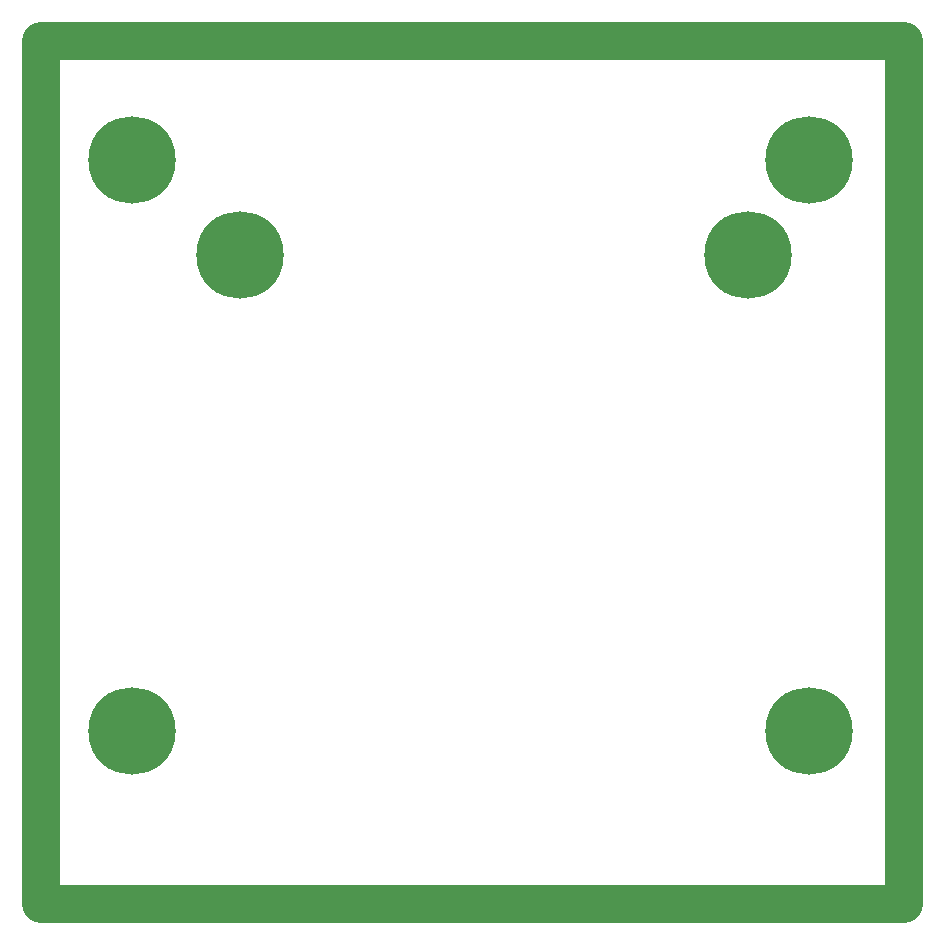
<source format=gbr>
%TF.GenerationSoftware,KiCad,Pcbnew,7.0.5-0*%
%TF.CreationDate,2024-04-21T20:23:49-04:00*%
%TF.ProjectId,swr_meter_divider,7377725f-6d65-4746-9572-5f6469766964,rev?*%
%TF.SameCoordinates,Original*%
%TF.FileFunction,Soldermask,Bot*%
%TF.FilePolarity,Negative*%
%FSLAX46Y46*%
G04 Gerber Fmt 4.6, Leading zero omitted, Abs format (unit mm)*
G04 Created by KiCad (PCBNEW 7.0.5-0) date 2024-04-21 20:23:49*
%MOMM*%
%LPD*%
G01*
G04 APERTURE LIST*
%ADD10C,3.200000*%
%ADD11C,7.400000*%
G04 APERTURE END LIST*
D10*
%TO.C,REF\u002A\u002A*%
X99975542Y-26983627D02*
X172975542Y-26983627D01*
X172975542Y-26983627D02*
X172975542Y-99983627D01*
X172975542Y-99983627D02*
X99975542Y-99983627D01*
X99975542Y-99983627D02*
X99975542Y-26983627D01*
%TD*%
D11*
%TO.C,H7*%
X165005542Y-37058627D03*
%TD*%
%TO.C,H9*%
X116795542Y-45043627D03*
%TD*%
%TO.C,H9*%
X116795542Y-45043627D03*
%TD*%
%TO.C,H6*%
X107605542Y-85393627D03*
%TD*%
%TO.C,H8*%
X164995542Y-85393627D03*
%TD*%
%TO.C,H8*%
X164995542Y-85393627D03*
%TD*%
%TO.C,H5*%
X107615542Y-37058627D03*
%TD*%
%TO.C,H10*%
X159795542Y-45043627D03*
%TD*%
%TO.C,H6*%
X107605542Y-85393627D03*
%TD*%
%TO.C,H7*%
X165005542Y-37058627D03*
%TD*%
%TO.C,H7*%
X165005542Y-37058627D03*
%TD*%
%TO.C,H8*%
X164995542Y-85393627D03*
%TD*%
%TO.C,H6*%
X107605542Y-85393627D03*
%TD*%
%TO.C,H5*%
X107615542Y-37058627D03*
%TD*%
%TO.C,H10*%
X159795542Y-45043627D03*
%TD*%
%TO.C,H10*%
X159795542Y-45043627D03*
%TD*%
%TO.C,H5*%
X107615542Y-37058627D03*
%TD*%
%TO.C,H9*%
X116795542Y-45043627D03*
%TD*%
M02*

</source>
